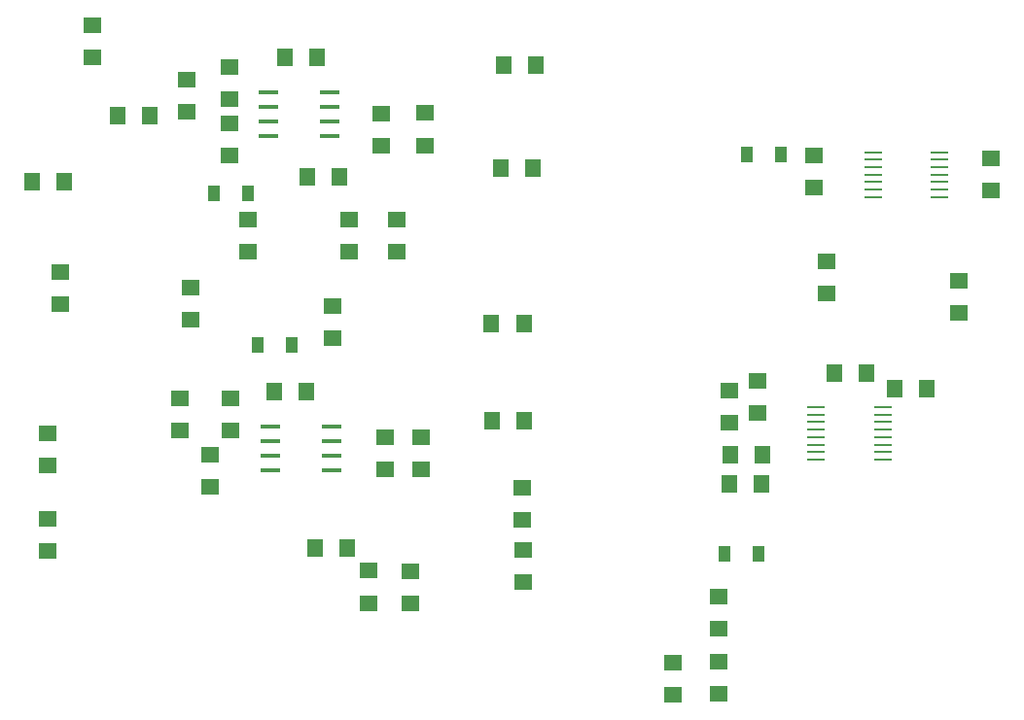
<source format=gbr>
G04 DipTrace 3.3.1.1*
G04 TopPaste.gbr*
%MOIN*%
G04 #@! TF.FileFunction,Paste,Top*
G04 #@! TF.Part,Single*
%ADD45R,0.062835X0.007717*%
%ADD47R,0.070709X0.015591*%
%ADD59R,0.039213X0.054961*%
%ADD71R,0.054961X0.062835*%
%ADD77R,0.062835X0.054961*%
%FSLAX26Y26*%
G04*
G70*
G90*
G75*
G01*
G04 TopPaste*
%LPD*%
D77*
X917080Y1570293D3*
Y1680529D3*
X1394370Y2783604D3*
Y2893840D3*
X3350161Y1751715D3*
Y1861951D3*
X1071315Y3080022D3*
Y2969786D3*
D71*
X3363513Y1507483D3*
X3253277D3*
D77*
X1540311Y2743022D3*
Y2632786D3*
X1371000Y1690482D3*
Y1800718D3*
X3253615Y1715832D3*
Y1826068D3*
X3060705Y893534D3*
Y783298D3*
D71*
X864825Y2544446D3*
X975062D3*
X3366546Y1605375D3*
X3256310D3*
D77*
X1474336Y1606400D3*
Y1496164D3*
X1950930Y2412722D3*
Y2302486D3*
X1405440Y2181373D3*
Y2071136D3*
X2547261Y1280436D3*
Y1170199D3*
X1603146Y2415312D3*
Y2305076D3*
X3543622Y2634407D3*
Y2524171D3*
X4149436Y2624210D3*
Y2513974D3*
X917270Y1276139D3*
Y1386375D3*
D71*
X3820157Y1834215D3*
X3930394D3*
D77*
X1895373Y2117269D3*
Y2007033D3*
D71*
X3614844Y1888051D3*
X3725080D3*
D77*
X2197551Y1557782D3*
Y1668018D3*
X2209959Y2668458D3*
Y2778694D3*
X2160685Y1206920D3*
Y1096684D3*
D59*
X1603825Y2502512D3*
X1485715D3*
X1755361Y1983437D3*
X1637251D3*
X3313627Y2635367D3*
X3431738D3*
X3355055Y1267345D3*
X3236945D3*
D71*
X2478913Y2942434D3*
X2589150D3*
D77*
X1541793Y2825772D3*
Y2936008D3*
X2059278Y2668378D3*
Y2778614D3*
D71*
X1155560Y2771290D3*
X1265797D3*
X1729815Y2969257D3*
X1840051D3*
X2470541Y2589197D3*
X2580777D3*
D77*
X3218514Y1010209D3*
Y1120445D3*
X3586152Y2160298D3*
Y2270534D3*
D71*
X2438577Y2055415D3*
X2548814D3*
D77*
X4041400Y2092365D3*
Y2202601D3*
X1543105Y1691348D3*
Y1801584D3*
X2073152Y1556462D3*
Y1666698D3*
X962024Y2234138D3*
Y2123902D3*
X3216605Y786448D3*
Y896684D3*
D71*
X1695159Y1825083D3*
X1805395D3*
X2440744Y1723497D3*
X2550980D3*
X1806484Y2559077D3*
X1916720D3*
D77*
X2114354Y2302608D3*
Y2412844D3*
X2543109Y1382196D3*
Y1492432D3*
X2016316Y1208736D3*
Y1098500D3*
D71*
X1944003Y1286752D3*
X1833766D3*
D47*
X1672690Y2850602D3*
Y2800602D3*
Y2750602D3*
Y2700602D3*
X1885289D3*
Y2750602D3*
Y2800602D3*
Y2850602D3*
X1679161Y1705274D3*
Y1655274D3*
Y1605274D3*
Y1555274D3*
X1891760D3*
Y1605274D3*
Y1655274D3*
Y1705274D3*
D45*
X3551903Y1769891D3*
Y1744301D3*
Y1718710D3*
Y1693119D3*
Y1667529D3*
Y1641938D3*
Y1616348D3*
Y1590757D3*
X3780257D3*
X3780249Y1616348D3*
Y1641938D3*
Y1667529D3*
Y1693119D3*
Y1718710D3*
Y1744301D3*
Y1769891D3*
X3745702Y2644678D3*
Y2619088D3*
Y2593497D3*
Y2567907D3*
Y2542316D3*
Y2516726D3*
X3745710Y2491135D3*
X3974049D3*
Y2516726D3*
Y2542316D3*
Y2567907D3*
Y2593497D3*
Y2619088D3*
Y2644678D3*
M02*

</source>
